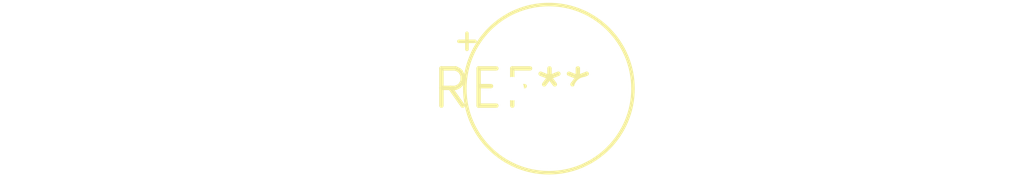
<source format=kicad_pcb>
(kicad_pcb (version 20240108) (generator pcbnew)
  (layers (0 "F.Cu" signal) (31 "B.Cu" signal) (34 "B.Paste" user) (35 "F.Paste" user) (36 "B.SilkS" user "B.Silkscreen") (37 "F.SilkS" user "F.Silkscreen") (38 "B.Mask" user) (39 "F.Mask" user) (44 "Edge.Cuts" user))
  (net 0 "")
  (footprint "CP_Radial_Tantal_D5.5mm_P2.50mm" (layer "F.Cu") (at 0 0)
    (property "Reference" "REF**")
    (property "Value" "CP_Radial_Tantal_D5.5mm_P2.50mm")
    (fp_line (start -1.822262 -1.615) (end -1.272262 -1.615) (layer "F.SilkS") (stroke (width 0.12)))
    (fp_line (start -1.547262 -1.89) (end -1.547262 -1.34) (layer "F.SilkS") (stroke (width 0.12)))
    (fp_circle (center 1.25 0) (end 4.12 0) (layer "F.SilkS") (stroke (width 0.12)) (fill none))
    (pad "1" thru_hole rect (at 0 0) (size 1.6 1.6) (drill 0.8) (layers *.Cu *.Mask) (remove_unused_layers))
    (pad "2" thru_hole circle (at 2.5 0) (size 1.6 1.6) (drill 0.8) (layers *.Cu *.Mask) (remove_unused_layers))
  )
)
</source>
